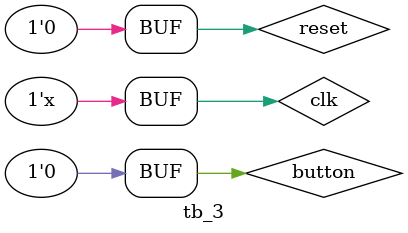
<source format=v>
`timescale 1ns / 1ps

module tb_3();

reg clk;
reg reset;
reg button;
wire [7:0] o_number;

state state1(
    .clk    (clk),
    .reset  (reset),
    .button (button),
    .o_number(o_number)
    );
    
initial begin
        clk <= 0;
        button <= 0;
        reset <= 1;
        #100 reset <= 0;
        #1000 button <= 1;
        #1001 button <= 0;
end 

//100M
always #5 begin
    clk = ~clk;
end
  
endmodule

</source>
